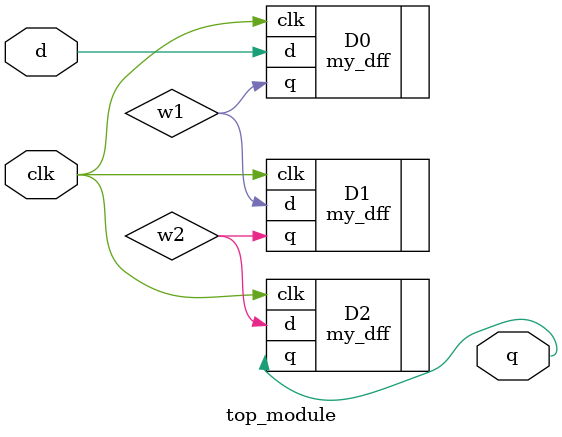
<source format=v>
module top_module ( input clk, input d, output q );
	wire w1 , w2;
    
    my_dff D0 (.clk(clk), .d(d), .q(w1));
    my_dff D1 (.clk(clk), .d(w1), .q(w2));
    my_dff D2 (.clk(clk), .d(w2), .q(q));
endmodule

</source>
